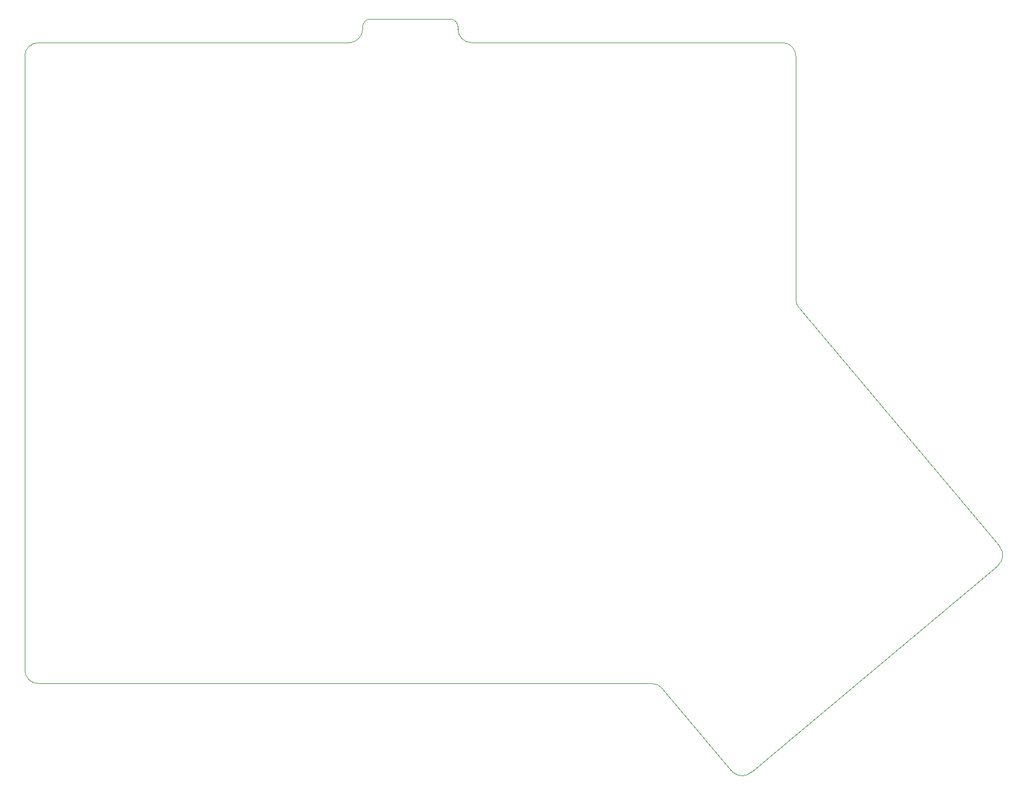
<source format=gbr>
%TF.GenerationSoftware,KiCad,Pcbnew,(5.1.9)-1*%
%TF.CreationDate,2021-07-10T17:08:41+02:00*%
%TF.ProjectId,GameHand,47616d65-4861-46e6-942e-6b696361645f,rev?*%
%TF.SameCoordinates,Original*%
%TF.FileFunction,Profile,NP*%
%FSLAX46Y46*%
G04 Gerber Fmt 4.6, Leading zero omitted, Abs format (unit mm)*
G04 Created by KiCad (PCBNEW (5.1.9)-1) date 2021-07-10 17:08:41*
%MOMM*%
%LPD*%
G01*
G04 APERTURE LIST*
%TA.AperFunction,Profile*%
%ADD10C,0.100000*%
%TD*%
G04 APERTURE END LIST*
D10*
X234213400Y-108737400D02*
G75*
G02*
X233966883Y-111555067I-1532092J-1285575D01*
G01*
X202285600Y-34645600D02*
G75*
G02*
X204285601Y-36645603I-1J-2000002D01*
G01*
X90989398Y-36652199D02*
G75*
G02*
X92989401Y-34652198I2000002J-1D01*
G01*
X204760112Y-73650176D02*
G75*
G02*
X204292200Y-72364600I1532089J1285577D01*
G01*
X153492200Y-31165800D02*
G75*
G02*
X154635200Y-32308800I0J-1143000D01*
G01*
X140639800Y-32308800D02*
G75*
G02*
X141782800Y-31165800I1143000J0D01*
G01*
X92989400Y-128905000D02*
G75*
G02*
X90989399Y-126904997I1J2000002D01*
G01*
X197798830Y-141884402D02*
G75*
G02*
X194970400Y-141884400I-1414214J1414216D01*
G01*
X138635201Y-34651699D02*
X92989401Y-34652198D01*
X183133021Y-128901698D02*
G75*
G02*
X184665111Y-129616123I1J-2000001D01*
G01*
X90989398Y-36652199D02*
X90989399Y-126904997D01*
X156635201Y-34651701D02*
G75*
G02*
X154635200Y-32651700I0J2000001D01*
G01*
X140635200Y-32651700D02*
G75*
G02*
X138635201Y-34651699I-1999999J0D01*
G01*
X204292200Y-72364600D02*
X204285601Y-36645603D01*
X92989400Y-128905000D02*
X183133021Y-128901698D01*
X197798830Y-141884402D02*
X233966883Y-111555067D01*
X234213400Y-108737400D02*
X204760112Y-73650176D01*
X140639800Y-32308800D02*
X140635200Y-32651700D01*
X153492200Y-31165800D02*
X141782800Y-31165800D01*
X184665111Y-129616123D02*
X194970400Y-141884400D01*
X202285600Y-34645600D02*
X156635201Y-34651701D01*
X154635200Y-32651700D02*
X154635200Y-32308800D01*
M02*

</source>
